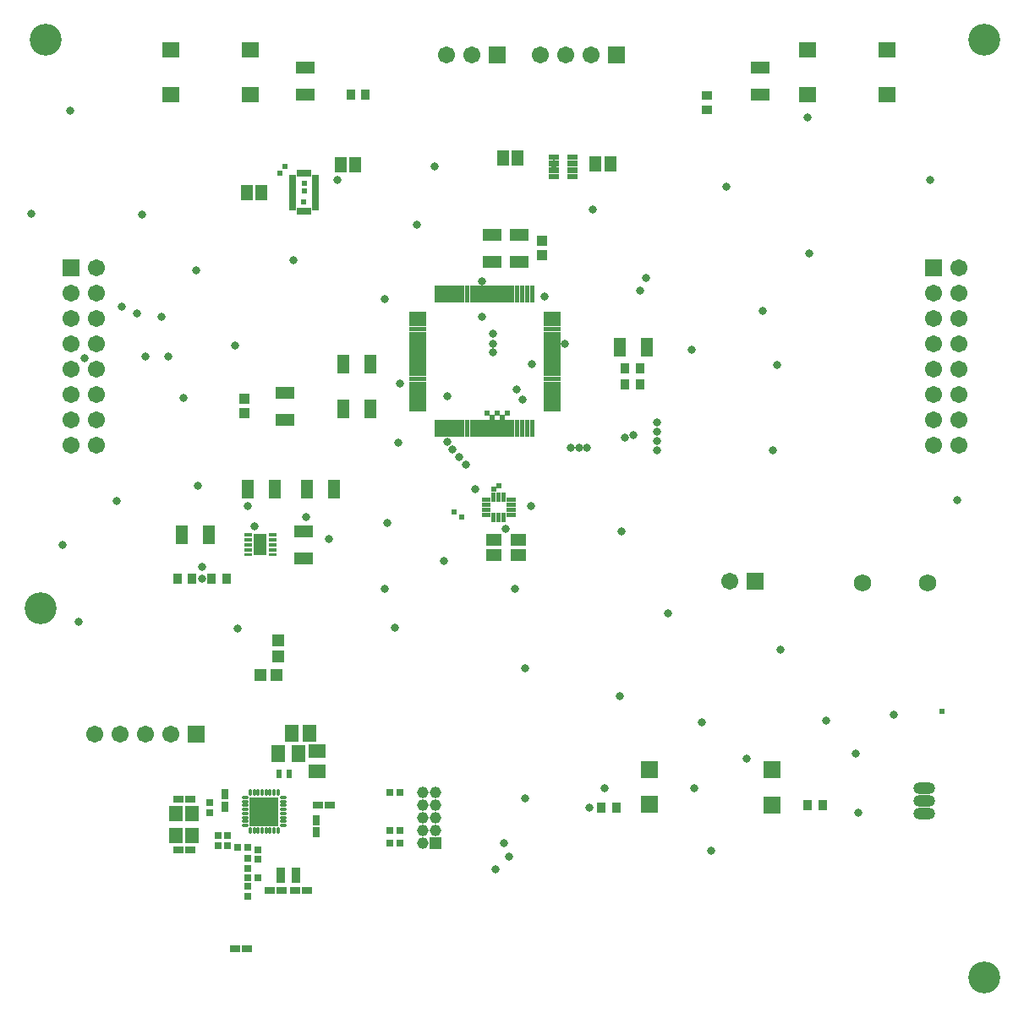
<source format=gts>
G04 Layer_Color=8388736*
%FSLAX44Y44*%
%MOMM*%
G71*
G01*
G75*
%ADD80R,0.9032X1.1032*%
%ADD81R,1.9032X1.3032*%
%ADD82R,1.3032X1.9032*%
%ADD83R,1.1032X0.9032*%
%ADD84R,0.8032X0.5032*%
%ADD85R,0.5032X0.8032*%
%ADD86R,1.7532X1.5032*%
%ADD87R,0.9032X1.6032*%
%ADD88R,0.8032X0.7032*%
%ADD89R,0.8032X0.7532*%
%ADD90R,1.1532X1.2032*%
%ADD91R,1.3532X1.6532*%
%ADD92R,1.0032X0.8032*%
%ADD93R,0.8032X0.7032*%
%ADD94R,0.7032X0.8032*%
%ADD95R,1.8034X1.4732*%
%ADD96R,0.5842X0.8128*%
%ADD97R,1.4732X1.8034*%
%ADD98R,0.8032X1.0032*%
%ADD99R,1.2032X1.1532*%
%ADD100R,1.3532X1.6032*%
%ADD101R,2.9016X2.9016*%
%ADD102O,0.7016X0.3016*%
%ADD103O,0.3016X0.7016*%
%ADD104R,1.3032X1.6032*%
%ADD105R,1.6032X1.3032*%
%ADD106R,1.1032X1.0032*%
%ADD107R,1.7032X1.7032*%
%ADD108R,1.7032X1.7032*%
%ADD109C,1.7032*%
%ADD110C,1.1600*%
%ADD111R,1.1600X1.1600*%
%ADD112C,1.7272*%
%ADD113O,2.2032X1.2032*%
%ADD114O,2.2032X1.2032*%
%ADD115C,0.8032*%
%ADD116C,0.6032*%
%ADD117C,3.2032*%
G36*
X484743Y572024D02*
X479949D01*
Y588756D01*
X484743D01*
Y572024D01*
D02*
G37*
G36*
X479917D02*
X475123D01*
Y588756D01*
X479917D01*
Y572024D01*
D02*
G37*
G36*
X474837D02*
X470043D01*
Y588756D01*
X474837D01*
Y572024D01*
D02*
G37*
G36*
X489823D02*
X485029D01*
Y588756D01*
X489823D01*
Y572024D01*
D02*
G37*
G36*
X504809D02*
X500015D01*
Y588756D01*
X504809D01*
Y572024D01*
D02*
G37*
G36*
X499729D02*
X494935D01*
Y588756D01*
X499729D01*
Y572024D01*
D02*
G37*
G36*
X494903D02*
X490109D01*
Y588756D01*
X494903D01*
Y572024D01*
D02*
G37*
G36*
X449691D02*
X444897D01*
Y588756D01*
X449691D01*
Y572024D01*
D02*
G37*
G36*
X444865D02*
X440071D01*
Y588756D01*
X444865D01*
Y572024D01*
D02*
G37*
G36*
X439785D02*
X434991D01*
Y588756D01*
X439785D01*
Y572024D01*
D02*
G37*
G36*
X454771D02*
X449977D01*
Y588756D01*
X454771D01*
Y572024D01*
D02*
G37*
G36*
X469757D02*
X464963D01*
Y588756D01*
X469757D01*
Y572024D01*
D02*
G37*
G36*
X464677D02*
X459883D01*
Y588756D01*
X464677D01*
Y572024D01*
D02*
G37*
G36*
X459851D02*
X455057D01*
Y588756D01*
X459851D01*
Y572024D01*
D02*
G37*
G36*
X410956Y612791D02*
X394224D01*
Y617585D01*
X410956D01*
Y612791D01*
D02*
G37*
G36*
X545576Y607711D02*
X528844D01*
Y612505D01*
X545576D01*
Y607711D01*
D02*
G37*
G36*
X410956D02*
X394224D01*
Y612505D01*
X410956D01*
Y607711D01*
D02*
G37*
G36*
X545576Y612791D02*
X528844D01*
Y617585D01*
X545576D01*
Y612791D01*
D02*
G37*
G36*
X410956Y622697D02*
X394224D01*
Y627491D01*
X410956D01*
Y622697D01*
D02*
G37*
G36*
X545576Y617871D02*
X528844D01*
Y622665D01*
X545576D01*
Y617871D01*
D02*
G37*
G36*
X410956D02*
X394224D01*
Y622665D01*
X410956D01*
Y617871D01*
D02*
G37*
G36*
X519795Y572024D02*
X515001D01*
Y588756D01*
X519795D01*
Y572024D01*
D02*
G37*
G36*
X514715D02*
X509921D01*
Y588756D01*
X514715D01*
Y572024D01*
D02*
G37*
G36*
X509889D02*
X505095D01*
Y588756D01*
X509889D01*
Y572024D01*
D02*
G37*
G36*
X410956Y597805D02*
X394224D01*
Y602599D01*
X410956D01*
Y597805D01*
D02*
G37*
G36*
X545576Y602885D02*
X528844D01*
Y607679D01*
X545576D01*
Y602885D01*
D02*
G37*
G36*
X410956D02*
X394224D01*
Y607679D01*
X410956D01*
Y602885D01*
D02*
G37*
G36*
X545576Y597805D02*
X528844D01*
Y602599D01*
X545576D01*
Y597805D01*
D02*
G37*
G36*
X236618Y472382D02*
X228998D01*
Y475430D01*
X236618D01*
Y472382D01*
D02*
G37*
G36*
X261002Y467556D02*
X253382D01*
Y470604D01*
X261002D01*
Y467556D01*
D02*
G37*
G36*
X236618D02*
X228998D01*
Y470604D01*
X236618D01*
Y467556D01*
D02*
G37*
G36*
X261002Y472382D02*
X253382D01*
Y475430D01*
X261002D01*
Y472382D01*
D02*
G37*
G36*
X491096Y487080D02*
X486596D01*
Y495830D01*
X491096D01*
Y487080D01*
D02*
G37*
G36*
X486096D02*
X481596D01*
Y495830D01*
X486096D01*
Y487080D01*
D02*
G37*
G36*
X481096D02*
X476596D01*
Y495830D01*
X481096D01*
Y487080D01*
D02*
G37*
G36*
X251477Y453459D02*
X238523D01*
Y474541D01*
X251477D01*
Y453459D01*
D02*
G37*
G36*
X261002Y452570D02*
X253382D01*
Y455618D01*
X261002D01*
Y452570D01*
D02*
G37*
G36*
X236618D02*
X228998D01*
Y455618D01*
X236618D01*
Y452570D01*
D02*
G37*
G36*
Y457396D02*
X228998D01*
Y460444D01*
X236618D01*
Y457396D01*
D02*
G37*
G36*
X261002Y462476D02*
X253382D01*
Y465524D01*
X261002D01*
Y462476D01*
D02*
G37*
G36*
X236618D02*
X228998D01*
Y465524D01*
X236618D01*
Y462476D01*
D02*
G37*
G36*
X261002Y457396D02*
X253382D01*
Y460444D01*
X261002D01*
Y457396D01*
D02*
G37*
G36*
X486096Y507330D02*
X481596D01*
Y516080D01*
X486096D01*
Y507330D01*
D02*
G37*
G36*
X481096D02*
X476596D01*
Y516080D01*
X481096D01*
Y507330D01*
D02*
G37*
G36*
X500846Y506830D02*
X492096D01*
Y511330D01*
X500846D01*
Y506830D01*
D02*
G37*
G36*
X491096Y507330D02*
X486596D01*
Y516080D01*
X491096D01*
Y507330D01*
D02*
G37*
G36*
X434705Y572024D02*
X429911D01*
Y588756D01*
X434705D01*
Y572024D01*
D02*
G37*
G36*
X429879D02*
X425085D01*
Y588756D01*
X429879D01*
Y572024D01*
D02*
G37*
G36*
X424799D02*
X420005D01*
Y588756D01*
X424799D01*
Y572024D01*
D02*
G37*
G36*
X475596Y496830D02*
X466846D01*
Y501330D01*
X475596D01*
Y496830D01*
D02*
G37*
G36*
X500846Y491830D02*
X492096D01*
Y496330D01*
X500846D01*
Y491830D01*
D02*
G37*
G36*
X475596D02*
X466846D01*
Y496330D01*
X475596D01*
Y491830D01*
D02*
G37*
G36*
X500846Y496830D02*
X492096D01*
Y501330D01*
X500846D01*
Y496830D01*
D02*
G37*
G36*
X475596Y506830D02*
X466846D01*
Y511330D01*
X475596D01*
Y506830D01*
D02*
G37*
G36*
X500846Y501830D02*
X492096D01*
Y506330D01*
X500846D01*
Y501830D01*
D02*
G37*
G36*
X475596D02*
X466846D01*
Y506330D01*
X475596D01*
Y501830D01*
D02*
G37*
G36*
X545576Y622697D02*
X528844D01*
Y627491D01*
X545576D01*
Y622697D01*
D02*
G37*
G36*
X469757Y706644D02*
X464963D01*
Y723376D01*
X469757D01*
Y706644D01*
D02*
G37*
G36*
X464677D02*
X459883D01*
Y723376D01*
X464677D01*
Y706644D01*
D02*
G37*
G36*
X459851D02*
X455057D01*
Y723376D01*
X459851D01*
Y706644D01*
D02*
G37*
G36*
X474837D02*
X470043D01*
Y723376D01*
X474837D01*
Y706644D01*
D02*
G37*
G36*
X489823D02*
X485029D01*
Y723376D01*
X489823D01*
Y706644D01*
D02*
G37*
G36*
X484743D02*
X479949D01*
Y723376D01*
X484743D01*
Y706644D01*
D02*
G37*
G36*
X479917D02*
X475123D01*
Y723376D01*
X479917D01*
Y706644D01*
D02*
G37*
G36*
X434705D02*
X429911D01*
Y723376D01*
X434705D01*
Y706644D01*
D02*
G37*
G36*
X429879D02*
X425085D01*
Y723376D01*
X429879D01*
Y706644D01*
D02*
G37*
G36*
X424799D02*
X420005D01*
Y723376D01*
X424799D01*
Y706644D01*
D02*
G37*
G36*
X439785D02*
X434991D01*
Y723376D01*
X439785D01*
Y706644D01*
D02*
G37*
G36*
X454771D02*
X449977D01*
Y723376D01*
X454771D01*
Y706644D01*
D02*
G37*
G36*
X449691D02*
X444897D01*
Y723376D01*
X449691D01*
Y706644D01*
D02*
G37*
G36*
X444865D02*
X440071D01*
Y723376D01*
X444865D01*
Y706644D01*
D02*
G37*
G36*
X563000Y836750D02*
X553000D01*
Y842250D01*
X563000D01*
Y836750D01*
D02*
G37*
G36*
X544000D02*
X534000D01*
Y842250D01*
X544000D01*
Y836750D01*
D02*
G37*
G36*
X563000Y830250D02*
X553000D01*
Y835750D01*
X563000D01*
Y830250D01*
D02*
G37*
G36*
X544000Y843250D02*
X534000D01*
Y848750D01*
X544000D01*
Y843250D01*
D02*
G37*
G36*
X563000Y849750D02*
X553000D01*
Y855250D01*
X563000D01*
Y849750D01*
D02*
G37*
G36*
X544000D02*
X534000D01*
Y855250D01*
X544000D01*
Y849750D01*
D02*
G37*
G36*
X563000Y843250D02*
X553000D01*
Y848750D01*
X563000D01*
Y843250D01*
D02*
G37*
G36*
X504809Y706644D02*
X500015D01*
Y723376D01*
X504809D01*
Y706644D01*
D02*
G37*
G36*
X499729D02*
X494935D01*
Y723376D01*
X499729D01*
Y706644D01*
D02*
G37*
G36*
X494903D02*
X490109D01*
Y723376D01*
X494903D01*
Y706644D01*
D02*
G37*
G36*
X509889D02*
X505095D01*
Y723376D01*
X509889D01*
Y706644D01*
D02*
G37*
G36*
X544000Y830250D02*
X534000D01*
Y835750D01*
X544000D01*
Y830250D01*
D02*
G37*
G36*
X519795Y706644D02*
X515001D01*
Y723376D01*
X519795D01*
Y706644D01*
D02*
G37*
G36*
X514715D02*
X509921D01*
Y723376D01*
X514715D01*
Y706644D01*
D02*
G37*
G36*
X545576Y647843D02*
X528844D01*
Y652637D01*
X545576D01*
Y647843D01*
D02*
G37*
G36*
X410956D02*
X394224D01*
Y652637D01*
X410956D01*
Y647843D01*
D02*
G37*
G36*
X545576Y642763D02*
X528844D01*
Y647557D01*
X545576D01*
Y642763D01*
D02*
G37*
G36*
X410956Y652923D02*
X394224D01*
Y657717D01*
X410956D01*
Y652923D01*
D02*
G37*
G36*
X545576Y657749D02*
X528844D01*
Y662543D01*
X545576D01*
Y657749D01*
D02*
G37*
G36*
X410956D02*
X394224D01*
Y662543D01*
X410956D01*
Y657749D01*
D02*
G37*
G36*
X545576Y652923D02*
X528844D01*
Y657717D01*
X545576D01*
Y652923D01*
D02*
G37*
G36*
X410956Y632857D02*
X394224D01*
Y637651D01*
X410956D01*
Y632857D01*
D02*
G37*
G36*
X545576Y627777D02*
X528844D01*
Y632571D01*
X545576D01*
Y627777D01*
D02*
G37*
G36*
X410956D02*
X394224D01*
Y632571D01*
X410956D01*
Y627777D01*
D02*
G37*
G36*
X545576Y632857D02*
X528844D01*
Y637651D01*
X545576D01*
Y632857D01*
D02*
G37*
G36*
X410956Y642763D02*
X394224D01*
Y647557D01*
X410956D01*
Y642763D01*
D02*
G37*
G36*
X545576Y637683D02*
X528844D01*
Y642477D01*
X545576D01*
Y637683D01*
D02*
G37*
G36*
X410956D02*
X394224D01*
Y642477D01*
X410956D01*
Y637683D01*
D02*
G37*
G36*
X545576Y682895D02*
X528844D01*
Y687689D01*
X545576D01*
Y682895D01*
D02*
G37*
G36*
X410956D02*
X394224D01*
Y687689D01*
X410956D01*
Y682895D01*
D02*
G37*
G36*
X545576Y677815D02*
X528844D01*
Y682609D01*
X545576D01*
Y677815D01*
D02*
G37*
G36*
X410956Y687721D02*
X394224D01*
Y692515D01*
X410956D01*
Y687721D01*
D02*
G37*
G36*
X545576Y692801D02*
X528844D01*
Y697595D01*
X545576D01*
Y692801D01*
D02*
G37*
G36*
X410956D02*
X394224D01*
Y697595D01*
X410956D01*
Y692801D01*
D02*
G37*
G36*
X545576Y687721D02*
X528844D01*
Y692515D01*
X545576D01*
Y687721D01*
D02*
G37*
G36*
X410956Y667909D02*
X394224D01*
Y672703D01*
X410956D01*
Y667909D01*
D02*
G37*
G36*
X545576Y662829D02*
X528844D01*
Y667623D01*
X545576D01*
Y662829D01*
D02*
G37*
G36*
X410956D02*
X394224D01*
Y667623D01*
X410956D01*
Y662829D01*
D02*
G37*
G36*
X545576Y667909D02*
X528844D01*
Y672703D01*
X545576D01*
Y667909D01*
D02*
G37*
G36*
X410956Y677815D02*
X394224D01*
Y682609D01*
X410956D01*
Y677815D01*
D02*
G37*
G36*
X545576Y672735D02*
X528844D01*
Y677529D01*
X545576D01*
Y672735D01*
D02*
G37*
G36*
X410956D02*
X394224D01*
Y677529D01*
X410956D01*
Y672735D01*
D02*
G37*
D80*
X808108Y203200D02*
D03*
X793108D02*
D03*
X586352Y200406D02*
D03*
X601352D02*
D03*
X335654Y914908D02*
D03*
X350654D02*
D03*
X610500Y625000D02*
D03*
X625500D02*
D03*
X610500Y641000D02*
D03*
X625500D02*
D03*
X211500Y430000D02*
D03*
X196500D02*
D03*
X177000Y430000D02*
D03*
X162000D02*
D03*
D81*
X290000Y915500D02*
D03*
Y942500D02*
D03*
X746000Y915000D02*
D03*
Y942000D02*
D03*
X477000Y774500D02*
D03*
Y747500D02*
D03*
X504000Y774500D02*
D03*
Y747500D02*
D03*
X270000Y616500D02*
D03*
Y589500D02*
D03*
X288544Y477050D02*
D03*
Y450050D02*
D03*
D82*
X233000Y520000D02*
D03*
X260000D02*
D03*
X292000D02*
D03*
X319000D02*
D03*
X193500Y474000D02*
D03*
X166500D02*
D03*
X328000Y600000D02*
D03*
X355000D02*
D03*
X355500Y645000D02*
D03*
X328500D02*
D03*
X605500Y662000D02*
D03*
X632500D02*
D03*
D83*
X692000Y914500D02*
D03*
Y899500D02*
D03*
D84*
X300500Y832000D02*
D03*
Y827000D02*
D03*
Y822000D02*
D03*
Y817000D02*
D03*
Y812000D02*
D03*
Y807000D02*
D03*
Y802000D02*
D03*
X277500D02*
D03*
Y807000D02*
D03*
Y812000D02*
D03*
Y817000D02*
D03*
Y822000D02*
D03*
Y827000D02*
D03*
Y832000D02*
D03*
D85*
X294000Y798000D02*
D03*
X289000D02*
D03*
X284000D02*
D03*
Y836000D02*
D03*
X289000D02*
D03*
X294000D02*
D03*
D86*
X235580Y915340D02*
D03*
X155580D02*
D03*
X235580Y960340D02*
D03*
X155580D02*
D03*
X873120Y915340D02*
D03*
X793120D02*
D03*
X873120Y960340D02*
D03*
X793120D02*
D03*
D87*
X265630Y133140D02*
D03*
X280630D02*
D03*
D88*
X385064Y164636D02*
D03*
X375064D02*
D03*
X385064Y177336D02*
D03*
X375064D02*
D03*
X385064Y215436D02*
D03*
X375064D02*
D03*
D89*
X232490Y149320D02*
D03*
Y139820D02*
D03*
X242650Y158210D02*
D03*
Y148710D02*
D03*
D90*
X263000Y352000D02*
D03*
Y368000D02*
D03*
D91*
X294830Y275380D02*
D03*
X276830D02*
D03*
D92*
X314690Y202990D02*
D03*
X302690D02*
D03*
X254430Y117900D02*
D03*
X266430D02*
D03*
X279830D02*
D03*
X291830D02*
D03*
X220140Y58718D02*
D03*
X232140D02*
D03*
X162990Y209340D02*
D03*
X174990D02*
D03*
Y158540D02*
D03*
X162990D02*
D03*
D93*
X242570Y130600D02*
D03*
X232570D02*
D03*
X222410Y161080D02*
D03*
X232410D02*
D03*
D94*
X232490Y121630D02*
D03*
Y111630D02*
D03*
X203280Y162430D02*
D03*
Y172430D02*
D03*
X212170Y162430D02*
D03*
Y172430D02*
D03*
X194390Y195450D02*
D03*
Y205450D02*
D03*
D95*
X302340Y256838D02*
D03*
Y236518D02*
D03*
D96*
X263960Y234740D02*
D03*
X274120D02*
D03*
D97*
X283290Y255060D02*
D03*
X262970D02*
D03*
D98*
X209750Y201750D02*
D03*
Y213750D02*
D03*
X300816Y175654D02*
D03*
Y187654D02*
D03*
D99*
X261000Y333500D02*
D03*
X245000D02*
D03*
D100*
X160990Y194940D02*
D03*
X176990D02*
D03*
Y172940D02*
D03*
X160990D02*
D03*
D101*
X249000Y196640D02*
D03*
D102*
X230000Y182640D02*
D03*
Y186640D02*
D03*
Y190640D02*
D03*
Y194640D02*
D03*
Y198640D02*
D03*
Y202640D02*
D03*
Y206640D02*
D03*
Y210640D02*
D03*
X268000D02*
D03*
Y206640D02*
D03*
Y202640D02*
D03*
Y198640D02*
D03*
Y194640D02*
D03*
Y190640D02*
D03*
Y186640D02*
D03*
Y182640D02*
D03*
D103*
X235000Y215640D02*
D03*
X239000D02*
D03*
X243000D02*
D03*
X247000D02*
D03*
X251000D02*
D03*
X255000D02*
D03*
X259000D02*
D03*
X263000D02*
D03*
Y177640D02*
D03*
X259000D02*
D03*
X255000D02*
D03*
X251000D02*
D03*
X247000D02*
D03*
X243000D02*
D03*
X239000D02*
D03*
X235000D02*
D03*
D104*
X488000Y852000D02*
D03*
X503000D02*
D03*
X595510Y845820D02*
D03*
X580510D02*
D03*
X231500Y817000D02*
D03*
X246500D02*
D03*
X340500Y845000D02*
D03*
X325500D02*
D03*
D105*
X478846Y453580D02*
D03*
Y468580D02*
D03*
X503174Y453630D02*
D03*
Y468630D02*
D03*
D106*
X229000Y610000D02*
D03*
Y596000D02*
D03*
X527304Y754238D02*
D03*
Y768238D02*
D03*
D107*
X634492Y203988D02*
D03*
Y238988D02*
D03*
X757174Y203200D02*
D03*
Y238200D02*
D03*
X919480Y741680D02*
D03*
X55880D02*
D03*
D108*
X740400Y427000D02*
D03*
X482600Y955040D02*
D03*
X601980D02*
D03*
X180928Y274110D02*
D03*
D109*
X715000Y427000D02*
D03*
X457200Y955040D02*
D03*
X431800D02*
D03*
X525780D02*
D03*
X551180D02*
D03*
X576580D02*
D03*
X944880Y741680D02*
D03*
X919480Y716280D02*
D03*
X944880D02*
D03*
X919480Y690880D02*
D03*
X944880D02*
D03*
X919480Y665480D02*
D03*
X944880D02*
D03*
X919480Y640080D02*
D03*
X944880D02*
D03*
X919480Y614680D02*
D03*
X944880D02*
D03*
X919480Y589280D02*
D03*
X944880D02*
D03*
X919480Y563880D02*
D03*
X944880D02*
D03*
X81280Y741680D02*
D03*
X55880Y716280D02*
D03*
X81280D02*
D03*
X55880Y690880D02*
D03*
X81280D02*
D03*
X55880Y665480D02*
D03*
X81280D02*
D03*
X55880Y640080D02*
D03*
X81280D02*
D03*
X55880Y614680D02*
D03*
X81280D02*
D03*
X55880Y589280D02*
D03*
X81280D02*
D03*
X55880Y563880D02*
D03*
X81280D02*
D03*
X79328Y274110D02*
D03*
X104728D02*
D03*
X130128D02*
D03*
X155528D02*
D03*
D110*
X420196Y215690D02*
D03*
X407496D02*
D03*
X420196Y190290D02*
D03*
Y202990D02*
D03*
X407496D02*
D03*
Y190290D02*
D03*
Y164890D02*
D03*
Y177590D02*
D03*
X420196D02*
D03*
D111*
Y164890D02*
D03*
D112*
X848000Y426000D02*
D03*
X913000D02*
D03*
D113*
X909828Y220218D02*
D03*
D114*
Y207518D02*
D03*
Y194818D02*
D03*
D115*
X502158Y620014D02*
D03*
X507492Y609854D02*
D03*
X481076Y138938D02*
D03*
X625602Y718820D02*
D03*
X631000Y731012D02*
D03*
X555752Y561086D02*
D03*
X451104Y544576D02*
D03*
X444500Y551942D02*
D03*
X437721Y559562D02*
D03*
X432308Y567182D02*
D03*
X572516Y561340D02*
D03*
X564134D02*
D03*
X467360Y728218D02*
D03*
X187000Y430000D02*
D03*
X793120Y892000D02*
D03*
X239014Y482346D02*
D03*
X232808Y503174D02*
D03*
X222838Y380238D02*
D03*
X676910Y659130D02*
D03*
X530098Y712978D02*
D03*
X478028Y675132D02*
D03*
X642620Y586740D02*
D03*
Y568198D02*
D03*
X618490Y573786D02*
D03*
X642620Y577596D02*
D03*
X494284Y151384D02*
D03*
X489204Y164846D02*
D03*
X610362Y570992D02*
D03*
X228854Y610108D02*
D03*
X350654Y914908D02*
D03*
X502920Y852170D02*
D03*
X879348Y293642D02*
D03*
X370000Y420000D02*
D03*
X383286Y566166D02*
D03*
X460000Y520000D02*
D03*
X500000Y420000D02*
D03*
X510000Y340000D02*
D03*
Y210000D02*
D03*
X590000Y220000D02*
D03*
X680000D02*
D03*
X605000Y312000D02*
D03*
X687000Y286000D02*
D03*
X812000Y288000D02*
D03*
X841502Y255016D02*
D03*
X732028Y249682D02*
D03*
X697000Y157000D02*
D03*
X844296Y195326D02*
D03*
X766000Y359000D02*
D03*
X762254Y643890D02*
D03*
X748000Y698000D02*
D03*
X795020Y755650D02*
D03*
X712000Y823000D02*
D03*
X539000Y846000D02*
D03*
X402000Y785000D02*
D03*
X278000Y749000D02*
D03*
X369824Y709930D02*
D03*
X220000Y664000D02*
D03*
X168000Y611000D02*
D03*
X181000Y739000D02*
D03*
X126492Y794766D02*
D03*
X63000Y387000D02*
D03*
X16000Y796000D02*
D03*
X55000Y899000D02*
D03*
X578000Y800000D02*
D03*
X527304Y754238D02*
D03*
X325500Y845000D02*
D03*
X478536Y656844D02*
D03*
X625500Y641000D02*
D03*
X605500Y662000D02*
D03*
X477774Y665480D02*
D03*
X322072Y829818D02*
D03*
X429006Y447802D02*
D03*
X314198Y470154D02*
D03*
X384810Y625348D02*
D03*
X517398Y645160D02*
D03*
X491236Y480314D02*
D03*
X550164Y665226D02*
D03*
X153416Y653034D02*
D03*
X130302Y652272D02*
D03*
X146050Y692150D02*
D03*
X106426Y702564D02*
D03*
X121412Y695706D02*
D03*
X69088Y651256D02*
D03*
X101600Y508254D02*
D03*
X182880Y522732D02*
D03*
X607060Y477520D02*
D03*
X372618Y486156D02*
D03*
X516382Y503174D02*
D03*
X467360Y692658D02*
D03*
X432308Y612648D02*
D03*
X419862Y843026D02*
D03*
X915924Y829564D02*
D03*
X758698Y558800D02*
D03*
X942848Y509016D02*
D03*
X653796Y394970D02*
D03*
X380238Y381000D02*
D03*
X46990Y463804D02*
D03*
X290830Y491744D02*
D03*
X186944Y441706D02*
D03*
X642620Y558546D02*
D03*
X574548Y200660D02*
D03*
D116*
X472440Y595884D02*
D03*
X477520Y591820D02*
D03*
X482346Y596138D02*
D03*
X487426Y591820D02*
D03*
X492506Y596138D02*
D03*
X289052Y818388D02*
D03*
Y826008D02*
D03*
X264414Y836422D02*
D03*
X270256Y843153D02*
D03*
X439420Y496824D02*
D03*
X483870Y523240D02*
D03*
X478790Y519430D02*
D03*
X446786Y491744D02*
D03*
X288290Y807212D02*
D03*
X927862Y296672D02*
D03*
D117*
X30000Y970000D02*
D03*
X25000Y400000D02*
D03*
X970000Y30000D02*
D03*
Y970000D02*
D03*
M02*

</source>
